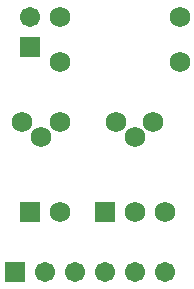
<source format=gbr>
G04 DipTrace 2.4.0.2*
%INBottomMask.gbr*%
%MOIN*%
%ADD24R,0.068X0.068*%
%ADD26C,0.068*%
%ADD28C,0.068*%
%ADD30C,0.0671*%
%ADD32R,0.0671X0.0671*%
%FSLAX44Y44*%
G04*
G70*
G90*
G75*
G01*
%LNBotMask*%
%LPD*%
D32*
X5440Y12440D3*
D30*
Y13440D3*
D32*
X4940Y4940D3*
D30*
X5940D3*
X6940D3*
X7940D3*
X8940D3*
X9940D3*
D28*
X6440Y9940D3*
X5815Y9440D3*
X5190Y9940D3*
X9565D3*
X8940Y9440D3*
X8315Y9940D3*
D26*
X6440Y11940D3*
D28*
X10440D3*
D26*
X6440Y13440D3*
D28*
X10440D3*
D24*
X7940Y6940D3*
D28*
X8940D3*
X9940D3*
D24*
X5440D3*
D28*
X6440D3*
M02*

</source>
